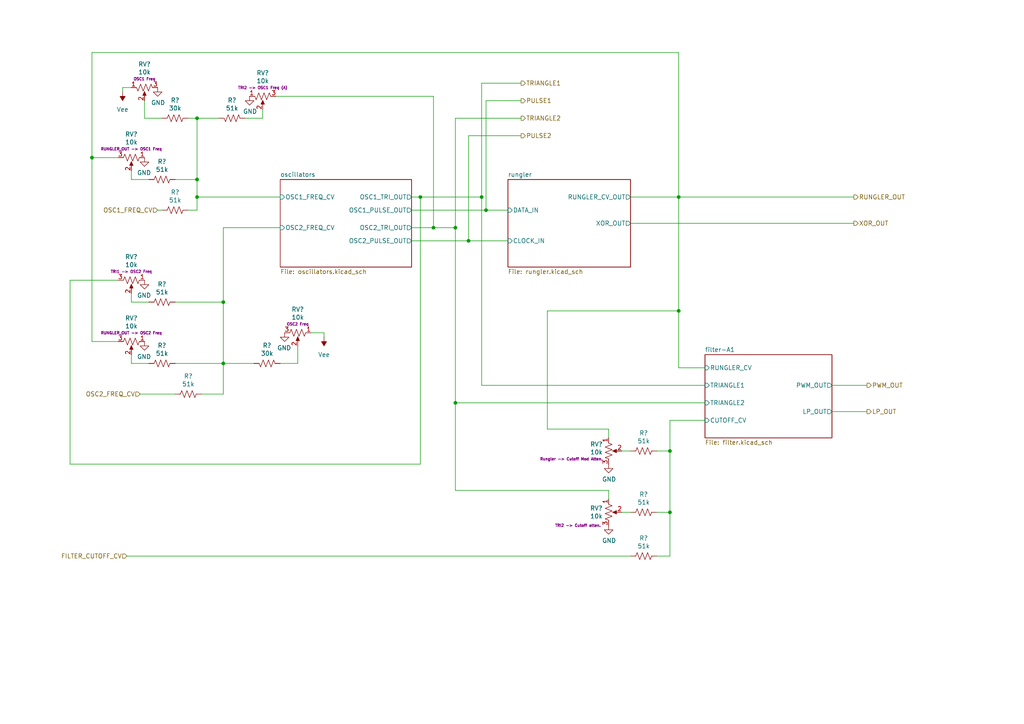
<source format=kicad_sch>
(kicad_sch (version 20211123) (generator eeschema)
  (paper "A4")
  (lib_symbols
    (symbol "00-cool_stuff:0V" (power) (pin_names (offset 0))
      (property "Value" "00-cool_stuff_0V" (at 0 -3.81 0))
      (symbol "0V_0_1"
        (polyline (pts (xy 0 0) (xy 0 -1.27) (xy 1.27 -1.27) (xy 0 -2.54) (xy -1.27 -1.27) (xy 0 -1.27)))
      )
      (symbol "0V_1_1"
        (pin power_in line (at 0 0 270) (length 0) hide (name "GND") (number "1"))
      )
    )
    (symbol "00-cool_stuff:Vee" (power) (pin_names (offset 0))
      (property "Value" "Vee" (at 0 3.81 0))
      (symbol "Vee_0_0"
        (pin power_in line (at 0 0 90) (length 0) hide (name "Vee") (number "1"))
      )
      (symbol "Vee_0_1"
        (polyline (pts (xy 0 0) (xy 0 1.27) (xy 0.762 1.27) (xy 0 2.54) (xy -0.762 1.27) (xy 0 1.27)) (fill (type outline)))
      )
    )
    (symbol "00-cool_stuff:potentiometer" (pin_names (offset 1.016) hide)
      (property "Reference" "RV" (at -4.445 0 90))
      (property "Value" "00-cool_stuff_potentiometer" (at -2.54 0 90))
      (property "Label" "Pot Label" (at 11.43 0 90))
      (symbol "potentiometer_0_1"
        (polyline (pts (xy 0 -2.286) (xy 0 -2.54)))
        (polyline (pts (xy 0 2.54) (xy 0 2.286)))
        (polyline (pts (xy 2.54 0) (xy 1.524 0)))
        (polyline (pts (xy 1.143 0) (xy 2.286 0.508) (xy 2.286 -0.508) (xy 1.143 0)) (fill (type outline)))
        (polyline (pts (xy 0 -0.762) (xy 1.016 -1.143) (xy 0 -1.524) (xy -1.016 -1.905) (xy 0 -2.286)))
        (polyline (pts (xy 0 0.762) (xy 1.016 0.381) (xy 0 0) (xy -1.016 -0.381) (xy 0 -0.762)))
        (polyline (pts (xy 0 2.286) (xy 1.016 1.905) (xy 0 1.524) (xy -1.016 1.143) (xy 0 0.762)))
      )
      (symbol "potentiometer_1_1"
        (pin passive line (at 0 3.81 270) (length 1.27) (name "1") (number "1"))
        (pin passive line (at 3.81 0 180) (length 1.27) (name "2") (number "2"))
        (pin passive line (at 0 -3.81 90) (length 1.27) (name "3") (number "3"))
      )
    )
    (symbol "00-cool_stuff:resistor" (pin_numbers hide) (pin_names (offset 0))
      (property "Reference" "R" (at -2.54 2.54 0))
      (property "Value" "00-cool_stuff_resistor" (at -2.54 -2.54 0))
      (symbol "resistor_0_1"
        (polyline (pts (xy -4.826 0) (xy -5.08 0)))
        (polyline (pts (xy -0.254 0) (xy 0 0)))
        (polyline (pts (xy -4.826 0) (xy -4.445 1.016) (xy -4.064 0) (xy -3.683 -1.016) (xy -3.302 0)))
        (polyline (pts (xy -3.302 0) (xy -2.921 1.016) (xy -2.54 0) (xy -2.159 -1.016) (xy -1.778 0)))
        (polyline (pts (xy -1.778 0) (xy -1.397 1.016) (xy -1.016 0) (xy -0.635 -1.016) (xy -0.254 0)))
      )
      (symbol "resistor_1_1"
        (pin passive line (at -6.35 0 0) (length 1.27) (name "~") (number "1"))
        (pin passive line (at 1.27 0 180) (length 1.27) (name "~") (number "2"))
      )
    )
  )
  (junction (at 121.92 57.15))
  (junction (at 196.85 57.15))
  (junction (at 194.31 148.59))
  (junction (at 139.7 57.15))
  (junction (at 135.89 69.85))
  (junction (at 140.97 60.96))
  (junction (at 57.15 34.29))
  (junction (at 196.85 90.17))
  (junction (at 26.67 45.72))
  (junction (at 132.08 66.04))
  (junction (at 57.15 52.07))
  (junction (at 57.15 57.15))
  (junction (at 194.31 130.81))
  (junction (at 64.77 87.63))
  (junction (at 64.77 105.41))
  (junction (at 132.08 116.84))
  (junction (at 125.73 66.04))
  (wire (pts (xy 76.2 31.75) (xy 76.2 34.29)))
  (wire (pts (xy 132.08 116.84) (xy 204.47 116.84)))
  (wire (pts (xy 125.73 27.94) (xy 80.01 27.94)))
  (wire (pts (xy 57.15 34.29) (xy 63.5 34.29)))
  (wire (pts (xy 132.08 34.29) (xy 151.13 34.29)))
  (wire (pts (xy 64.77 105.41) (xy 64.77 87.63)))
  (wire (pts (xy 64.77 87.63) (xy 64.77 66.04)))
  (wire (pts (xy 135.89 69.85) (xy 147.32 69.85)))
  (wire (pts (xy 38.1 52.07) (xy 43.18 52.07)))
  (wire (pts (xy 132.08 66.04) (xy 132.08 116.84)))
  (wire (pts (xy 132.08 116.84) (xy 132.08 142.24)))
  (wire (pts (xy 135.89 39.37) (xy 151.13 39.37)))
  (wire (pts (xy 121.92 57.15) (xy 121.92 134.62)))
  (wire (pts (xy 20.32 81.28) (xy 34.29 81.28)))
  (wire (pts (xy 41.91 34.29) (xy 41.91 29.21)))
  (wire (pts (xy 140.97 29.21) (xy 151.13 29.21)))
  (wire (pts (xy 93.98 96.52) (xy 90.17 96.52)))
  (wire (pts (xy 38.1 87.63) (xy 43.18 87.63)))
  (wire (pts (xy 132.08 66.04) (xy 132.08 34.29)))
  (wire (pts (xy 121.92 134.62) (xy 20.32 134.62)))
  (wire (pts (xy 76.2 34.29) (xy 71.12 34.29)))
  (wire (pts (xy 196.85 15.24) (xy 196.85 57.15)))
  (wire (pts (xy 158.75 124.46) (xy 176.53 124.46)))
  (wire (pts (xy 190.5 161.29) (xy 194.31 161.29)))
  (wire (pts (xy 135.89 69.85) (xy 135.89 39.37)))
  (wire (pts (xy 50.8 105.41) (xy 64.77 105.41)))
  (wire (pts (xy 121.92 57.15) (xy 139.7 57.15)))
  (wire (pts (xy 35.56 26.67) (xy 35.56 25.4)))
  (wire (pts (xy 40.64 114.3) (xy 50.8 114.3)))
  (wire (pts (xy 140.97 60.96) (xy 147.32 60.96)))
  (wire (pts (xy 26.67 45.72) (xy 34.29 45.72)))
  (wire (pts (xy 196.85 106.68) (xy 204.47 106.68)))
  (wire (pts (xy 190.5 130.81) (xy 194.31 130.81)))
  (wire (pts (xy 119.38 69.85) (xy 135.89 69.85)))
  (wire (pts (xy 86.36 105.41) (xy 86.36 100.33)))
  (wire (pts (xy 194.31 148.59) (xy 194.31 130.81)))
  (wire (pts (xy 139.7 111.76) (xy 204.47 111.76)))
  (wire (pts (xy 251.46 119.38) (xy 241.3 119.38)))
  (wire (pts (xy 194.31 130.81) (xy 194.31 121.92)))
  (wire (pts (xy 194.31 121.92) (xy 204.47 121.92)))
  (wire (pts (xy 247.65 64.77) (xy 182.88 64.77)))
  (wire (pts (xy 196.85 57.15) (xy 196.85 90.17)))
  (wire (pts (xy 58.42 114.3) (xy 64.77 114.3)))
  (wire (pts (xy 196.85 57.15) (xy 247.65 57.15)))
  (wire (pts (xy 176.53 144.78) (xy 176.53 142.24)))
  (wire (pts (xy 125.73 66.04) (xy 132.08 66.04)))
  (wire (pts (xy 158.75 90.17) (xy 158.75 124.46)))
  (wire (pts (xy 50.8 52.07) (xy 57.15 52.07)))
  (wire (pts (xy 64.77 105.41) (xy 73.66 105.41)))
  (wire (pts (xy 57.15 52.07) (xy 57.15 34.29)))
  (wire (pts (xy 196.85 15.24) (xy 26.67 15.24)))
  (wire (pts (xy 38.1 105.41) (xy 43.18 105.41)))
  (wire (pts (xy 50.8 87.63) (xy 64.77 87.63)))
  (wire (pts (xy 241.3 111.76) (xy 251.46 111.76)))
  (wire (pts (xy 64.77 105.41) (xy 64.77 114.3)))
  (wire (pts (xy 20.32 134.62) (xy 20.32 81.28)))
  (wire (pts (xy 139.7 57.15) (xy 139.7 24.13)))
  (wire (pts (xy 139.7 57.15) (xy 139.7 111.76)))
  (wire (pts (xy 64.77 66.04) (xy 81.28 66.04)))
  (wire (pts (xy 182.88 57.15) (xy 196.85 57.15)))
  (wire (pts (xy 182.88 148.59) (xy 180.34 148.59)))
  (wire (pts (xy 46.99 34.29) (xy 41.91 34.29)))
  (wire (pts (xy 36.83 161.29) (xy 182.88 161.29)))
  (wire (pts (xy 182.88 130.81) (xy 180.34 130.81)))
  (wire (pts (xy 38.1 49.53) (xy 38.1 52.07)))
  (wire (pts (xy 139.7 24.13) (xy 151.13 24.13)))
  (wire (pts (xy 93.98 97.79) (xy 93.98 96.52)))
  (wire (pts (xy 57.15 57.15) (xy 57.15 52.07)))
  (wire (pts (xy 119.38 66.04) (xy 125.73 66.04)))
  (wire (pts (xy 132.08 142.24) (xy 176.53 142.24)))
  (wire (pts (xy 35.56 25.4) (xy 38.1 25.4)))
  (wire (pts (xy 26.67 99.06) (xy 34.29 99.06)))
  (wire (pts (xy 196.85 90.17) (xy 158.75 90.17)))
  (wire (pts (xy 176.53 124.46) (xy 176.53 127)))
  (wire (pts (xy 119.38 57.15) (xy 121.92 57.15)))
  (wire (pts (xy 81.28 57.15) (xy 57.15 57.15)))
  (wire (pts (xy 45.72 60.96) (xy 46.99 60.96)))
  (wire (pts (xy 26.67 45.72) (xy 26.67 99.06)))
  (wire (pts (xy 194.31 161.29) (xy 194.31 148.59)))
  (wire (pts (xy 26.67 15.24) (xy 26.67 45.72)))
  (wire (pts (xy 81.28 105.41) (xy 86.36 105.41)))
  (wire (pts (xy 140.97 60.96) (xy 140.97 29.21)))
  (wire (pts (xy 54.61 60.96) (xy 57.15 60.96)))
  (wire (pts (xy 196.85 90.17) (xy 196.85 106.68)))
  (wire (pts (xy 119.38 60.96) (xy 140.97 60.96)))
  (wire (pts (xy 54.61 34.29) (xy 57.15 34.29)))
  (wire (pts (xy 57.15 57.15) (xy 57.15 60.96)))
  (wire (pts (xy 190.5 148.59) (xy 194.31 148.59)))
  (wire (pts (xy 38.1 85.09) (xy 38.1 87.63)))
  (wire (pts (xy 38.1 102.87) (xy 38.1 105.41)))
  (wire (pts (xy 125.73 27.94) (xy 125.73 66.04)))
  (hierarchical_label "TRIANGLE1" (shape output) (at 151.13 24.13 0))
  (hierarchical_label "OSC2_FREQ_CV" (shape input) (at 40.64 114.3 180))
  (hierarchical_label "PULSE2" (shape output) (at 151.13 39.37 0))
  (hierarchical_label "FILTER_CUTOFF_CV" (shape input) (at 36.83 161.29 180))
  (hierarchical_label "OSC1_FREQ_CV" (shape input) (at 45.72 60.96 180))
  (hierarchical_label "RUNGLER_OUT" (shape output) (at 247.65 57.15 0))
  (hierarchical_label "LP_OUT" (shape output) (at 251.46 119.38 0))
  (hierarchical_label "XOR_OUT" (shape output) (at 247.65 64.77 0))
  (hierarchical_label "PWM_OUT" (shape output) (at 251.46 111.76 0))
  (hierarchical_label "PULSE1" (shape output) (at 151.13 29.21 0))
  (hierarchical_label "TRIANGLE2" (shape output) (at 151.13 34.29 0))
  (symbol (lib_id "00-cool_stuff:resistor") (at 44.45 52.07 180) (unit 1)
    (property "Reference" "R?" (at 46.99 46.863 0))
    (property "Value" "51k" (at 46.99 49.1744 0))
    (property "Footprint" "00-Mine:resistor-TH-10mm" (effects hide))
  )
  (symbol (lib_id "00-cool_stuff:resistor") (at 69.85 34.29 0) (mirror x) (unit 1)
    (property "Reference" "R?" (at 67.31 29.083 0))
    (property "Value" "51k" (at 67.31 31.3944 0))
    (property "Footprint" "00-Mine:resistor-TH-10mm" (effects hide))
  )
  (symbol (lib_id "00-cool_stuff:potentiometer") (at 76.2 27.94 90) (mirror x) (unit 1)
    (property "Reference" "RV?" (at 76.2 21.1582 90))
    (property "Value" "10k" (at 76.2 23.4696 90))
    (property "Footprint" "00-Mine:MOLEX-1X3_LOCK" (effects hide))
    (property "Label" "TRI2 -> OSC1 Freq (A)" (at 76.2 25.4254 90) (effects (font (size 0.7874 0.7874))))
  )
  (symbol (lib_id "00-cool_stuff:resistor") (at 184.15 148.59 180) (unit 1)
    (property "Reference" "R?" (at 186.69 143.383 0))
    (property "Value" "51k" (at 186.69 145.6944 0))
    (property "Footprint" "00-Mine:resistor-TH-10mm" (effects hide))
  )
  (symbol (lib_id "00-cool_stuff:0V") (at 176.53 134.62 0) (unit 1)
    (property "Reference" "#PWR?" (effects hide))
    (property "Value" "0V" (at 176.657 139.0142 0))
  )
  (symbol (lib_id "00-cool_stuff:resistor") (at 184.15 130.81 180) (unit 1)
    (property "Reference" "R?" (at 186.69 125.603 0))
    (property "Value" "51k" (at 186.69 127.9144 0))
    (property "Footprint" "00-Mine:resistor-TH-10mm" (effects hide))
  )
  (symbol (lib_id "00-cool_stuff:potentiometer") (at 38.1 99.06 270) (unit 1)
    (property "Reference" "RV?" (at 38.1 92.2782 90))
    (property "Value" "10k" (at 38.1 94.5896 90))
    (property "Footprint" "00-Mine:MOLEX-1X3_LOCK" (effects hide))
    (property "Label" "RUNGLER_OUT -> OSC2 Freq" (at 38.1 96.5454 90) (effects (font (size 0.7874 0.7874))))
  )
  (symbol (lib_id "00-cool_stuff:resistor") (at 44.45 87.63 180) (unit 1)
    (property "Reference" "R?" (at 46.99 82.423 0))
    (property "Value" "51k" (at 46.99 84.7344 0))
    (property "Footprint" "00-Mine:resistor-TH-10mm" (effects hide))
  )
  (symbol (lib_id "00-cool_stuff:potentiometer") (at 176.53 130.81 0) (unit 1)
    (property "Reference" "RV?" (at 174.8282 128.8542 0) (effects (justify right)))
    (property "Value" "10k" (at 174.8282 131.1656 0) (effects (justify right)))
    (property "Footprint" "00-Mine:MOLEX-1X3_LOCK" (effects hide))
    (property "Label" "Rungler -> Cutoff Mod Atten." (at 174.8282 133.1214 0) (effects (font (size 0.7874 0.7874)) (justify right)))
  )
  (symbol (lib_id "00-cool_stuff:resistor") (at 44.45 105.41 180) (unit 1)
    (property "Reference" "R?" (at 46.99 100.203 0))
    (property "Value" "51k" (at 46.99 102.5144 0))
    (property "Footprint" "00-Mine:resistor-TH-10mm" (effects hide))
  )
  (symbol (lib_id "00-cool_stuff:resistor") (at 48.26 34.29 180) (unit 1)
    (property "Reference" "R?" (at 50.8 29.083 0))
    (property "Value" "30k" (at 50.8 31.3944 0))
    (property "Footprint" "00-Mine:resistor-TH-10mm" (effects hide))
  )
  (symbol (lib_id "00-cool_stuff:Vee") (at 35.56 26.67 180) (unit 1)
    (property "Reference" "#PWR?" (effects hide))
    (property "Value" "Vee" (at 35.56 31.75 0))
  )
  (symbol (lib_id "00-cool_stuff:0V") (at 45.72 25.4 0) (unit 1)
    (property "Reference" "#PWR?" (effects hide))
    (property "Value" "0V" (at 45.847 29.7942 0))
  )
  (symbol (lib_id "00-cool_stuff:potentiometer") (at 86.36 96.52 270) (unit 1)
    (property "Reference" "RV?" (at 86.36 89.7382 90))
    (property "Value" "10k" (at 86.36 92.0496 90))
    (property "Footprint" "00-Mine:MOLEX-1X3_LOCK" (effects hide))
    (property "Label" "OSC2 Freq" (at 86.36 94.0054 90) (effects (font (size 0.7874 0.7874))))
  )
  (symbol (lib_id "00-cool_stuff:resistor") (at 184.15 161.29 180) (unit 1)
    (property "Reference" "R?" (at 186.69 156.083 0))
    (property "Value" "51k" (at 186.69 158.3944 0))
    (property "Footprint" "00-Mine:resistor-TH-10mm" (effects hide))
  )
  (symbol (lib_id "00-cool_stuff:0V") (at 72.39 27.94 0) (unit 1)
    (property "Reference" "#PWR?" (effects hide))
    (property "Value" "0V" (at 72.517 32.3342 0))
  )
  (symbol (lib_id "00-cool_stuff:potentiometer") (at 41.91 25.4 90) (mirror x) (unit 1)
    (property "Reference" "RV?" (at 41.91 18.6182 90))
    (property "Value" "10k" (at 41.91 20.9296 90))
    (property "Footprint" "00-Mine:MOLEX-1X3_LOCK" (effects hide))
    (property "Label" "OSC1 Freq" (at 41.91 22.8854 90) (effects (font (size 0.7874 0.7874))))
  )
  (symbol (lib_id "00-cool_stuff:potentiometer") (at 38.1 81.28 270) (unit 1)
    (property "Reference" "RV?" (at 38.1 74.4982 90))
    (property "Value" "10k" (at 38.1 76.8096 90))
    (property "Footprint" "00-Mine:MOLEX-1X3_LOCK" (effects hide))
    (property "Label" "TRI1 -> OSC2 Freq" (at 38.1 78.7654 90) (effects (font (size 0.7874 0.7874))))
  )
  (symbol (lib_id "00-cool_stuff:Vee") (at 93.98 97.79 180) (unit 1)
    (property "Reference" "#PWR?" (effects hide))
    (property "Value" "Vee" (at 93.98 102.87 0))
  )
  (symbol (lib_id "00-cool_stuff:0V") (at 41.91 45.72 0) (mirror y) (unit 1)
    (property "Reference" "#PWR?" (effects hide))
    (property "Value" "0V" (at 41.783 50.1142 0))
  )
  (symbol (lib_id "00-cool_stuff:0V") (at 176.53 152.4 0) (unit 1)
    (property "Reference" "#PWR?" (effects hide))
    (property "Value" "0V" (at 176.657 156.7942 0))
  )
  (symbol (lib_id "00-cool_stuff:resistor") (at 48.26 60.96 180) (unit 1)
    (property "Reference" "R?" (at 50.8 55.753 0))
    (property "Value" "51k" (at 50.8 58.0644 0))
    (property "Footprint" "00-Mine:resistor-TH-10mm" (effects hide))
  )
  (symbol (lib_id "00-cool_stuff:0V") (at 41.91 81.28 0) (mirror y) (unit 1)
    (property "Reference" "#PWR?" (effects hide))
    (property "Value" "0V" (at 41.783 85.6742 0))
  )
  (symbol (lib_id "00-cool_stuff:resistor") (at 52.07 114.3 180) (unit 1)
    (property "Reference" "R?" (at 54.61 109.093 0))
    (property "Value" "51k" (at 54.61 111.4044 0))
    (property "Footprint" "00-Mine:resistor-TH-10mm" (effects hide))
  )
  (symbol (lib_id "00-cool_stuff:0V") (at 41.91 99.06 0) (mirror y) (unit 1)
    (property "Reference" "#PWR?" (effects hide))
    (property "Value" "0V" (at 41.783 103.4542 0))
  )
  (symbol (lib_id "00-cool_stuff:resistor") (at 80.01 105.41 0) (mirror x) (unit 1)
    (property "Reference" "R?" (at 77.47 100.203 0))
    (property "Value" "30k" (at 77.47 102.5144 0))
    (property "Footprint" "00-Mine:resistor-TH-10mm" (effects hide))
  )
  (symbol (lib_id "00-cool_stuff:0V") (at 82.55 96.52 0) (mirror y) (unit 1)
    (property "Reference" "#PWR?" (effects hide))
    (property "Value" "0V" (at 82.423 100.9142 0))
  )
  (symbol (lib_id "00-cool_stuff:potentiometer") (at 176.53 148.59 0) (unit 1)
    (property "Reference" "RV?" (at 174.8028 147.4216 0) (effects (justify right)))
    (property "Value" "10k" (at 174.8028 149.733 0) (effects (justify right)))
    (property "Footprint" "00-Mine:MOLEX-1X3_LOCK" (effects hide))
    (property "Label" "TRI2 -> Cutoff atten." (at 167.64 152.4 0) (effects (font (size 0.7874 0.7874))))
  )
  (symbol (lib_id "00-cool_stuff:potentiometer") (at 38.1 45.72 270) (unit 1)
    (property "Reference" "RV?" (at 38.1 38.9382 90))
    (property "Value" "10k" (at 38.1 41.2496 90))
    (property "Footprint" "00-Mine:MOLEX-1X3_LOCK" (effects hide))
    (property "Label" "RUNGLER_OUT -> OSC1 Freq" (at 38.1 43.2054 90) (effects (font (size 0.7874 0.7874))))
  )
  (sheet (at 204.47 102.87) (size 36.83 24.13)
    (property "Sheet name" "filter-A1" (at 204.47 102.1584 0) (effects (justify left bottom)))
    (property "Sheet file" "filter.kicad_sch" (at 204.47 127.5846 0) (effects (justify left top)))
    (pin "TRIANGLE2" input (at 204.47 116.84 180))
    (pin "TRIANGLE1" input (at 204.47 111.76 180))
    (pin "PWM_OUT" output (at 241.3 111.76 0))
    (pin "RUNGLER_CV" input (at 204.47 106.68 180))
    (pin "LP_OUT" output (at 241.3 119.38 0))
    (pin "CUTOFF_CV" input (at 204.47 121.92 180))
  )
  (sheet (at 81.28 52.07) (size 38.1 25.4)
    (property "Sheet name" "oscillators" (at 81.28 51.3584 0) (effects (justify left bottom)))
    (property "Sheet file" "oscillators.kicad_sch" (at 81.28 78.0546 0) (effects (justify left top)))
    (pin "OSC1_PULSE_OUT" output (at 119.38 60.96 0))
    (pin "OSC2_PULSE_OUT" output (at 119.38 69.85 0))
    (pin "OSC2_TRI_OUT" output (at 119.38 66.04 0))
    (pin "OSC1_TRI_OUT" output (at 119.38 57.15 0))
    (pin "OSC1_FREQ_CV" input (at 81.28 57.15 180))
    (pin "OSC2_FREQ_CV" input (at 81.28 66.04 180))
  )
  (sheet (at 147.32 52.07) (size 35.56 25.4)
    (property "Sheet name" "rungler" (at 147.32 51.3584 0) (effects (justify left bottom)))
    (property "Sheet file" "rungler.kicad_sch" (at 147.32 78.0546 0) (effects (justify left top)))
    (pin "CLOCK_IN" input (at 147.32 69.85 180))
    (pin "RUNGLER_CV_OUT" output (at 182.88 57.15 0))
    (pin "XOR_OUT" output (at 182.88 64.77 0))
    (pin "DATA_IN" input (at 147.32 60.96 180))
  )
)
</source>
